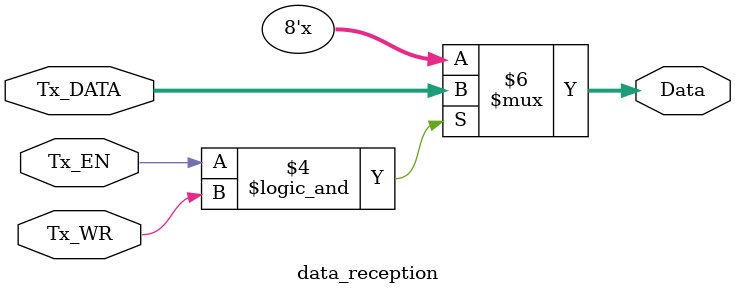
<source format=v>

`timescale 1ns/1ps

module data_reception(
  input Tx_EN,
  input Tx_WR,
  input [7:0] Tx_DATA,
  output reg [7:0] Data = 0
);
  
  
  always@(Tx_WR)
    begin
      if (Tx_EN == 1 && Tx_WR == 1)
        begin
         Data <= Tx_DATA;
      end
    end
 
endmodule
    
</source>
